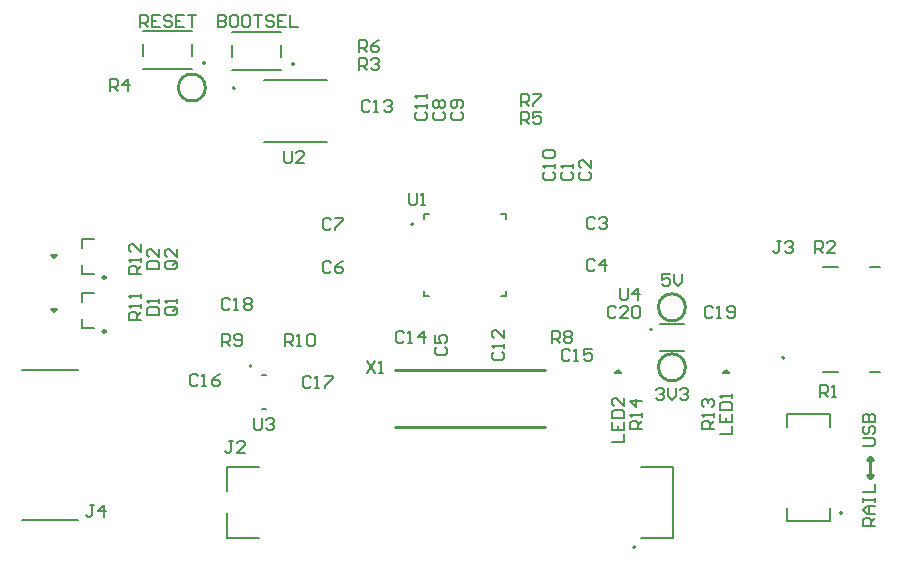
<source format=gto>
G04*
G04 #@! TF.GenerationSoftware,Altium Limited,Altium Designer,24.2.2 (26)*
G04*
G04 Layer_Color=65535*
%FSLAX44Y44*%
%MOMM*%
G71*
G04*
G04 #@! TF.SameCoordinates,D28C2298-B94A-46E3-96D8-F5CEDD955656*
G04*
G04*
G04 #@! TF.FilePolarity,Positive*
G04*
G01*
G75*
%ADD10C,0.2000*%
%ADD11C,0.2540*%
%ADD12C,0.2500*%
%ADD13C,0.1524*%
%ADD14C,0.1270*%
D10*
X613390Y173280D02*
G03*
X613390Y173280I-1000J0D01*
G01*
X501410Y197000D02*
G03*
X501410Y197000I-1000J0D01*
G01*
X299150Y286350D02*
G03*
X299150Y286350I-1000J0D01*
G01*
X148240Y401320D02*
G03*
X148240Y401320I-1000J0D01*
G01*
X123010Y422750D02*
G03*
X123010Y422750I-1000J0D01*
G01*
X198370Y422070D02*
G03*
X198370Y422070I-1000J0D01*
G01*
X662230Y41820D02*
G03*
X662230Y41820I-1000J0D01*
G01*
X487200Y12800D02*
G03*
X487200Y12800I-1000J0D01*
G01*
X162150Y166220D02*
G03*
X162150Y166220I-1000J0D01*
G01*
X645890Y250480D02*
X658390Y250480D01*
X645890Y161080D02*
X658390D01*
X685590D02*
X694580Y161080D01*
X685590Y250480D02*
X694580Y250480D01*
X18480Y244080D02*
X28480D01*
X18480D02*
Y252080D01*
X18480Y274080D02*
X28480D01*
X18480Y266080D02*
X18480Y274080D01*
Y198360D02*
X28480D01*
X18480Y206360D02*
X18480Y198360D01*
Y228360D02*
X28480Y228360D01*
X18480Y220360D02*
Y228360D01*
D11*
X529590Y165100D02*
G03*
X529590Y165100I-11430J0D01*
G01*
X123190Y402000D02*
G03*
X123190Y402000I-11430J0D01*
G01*
X529590Y215900D02*
G03*
X529590Y215900I-11430J0D01*
G01*
X683260Y86570D02*
X685800Y89110D01*
X683260Y86570D02*
X688340D01*
X685800Y89110D02*
X688340Y86570D01*
X685800Y73870D02*
Y86570D01*
Y71330D02*
X688340Y73870D01*
X683260Y73870D02*
X685800Y71330D01*
X683260Y73870D02*
X688340Y73870D01*
X283972Y162560D02*
X347472D01*
X410972D01*
X283972Y114300D02*
X347472D01*
X410972D01*
D12*
X38730Y241080D02*
G03*
X38730Y241080I-1250J0D01*
G01*
X38730Y195360D02*
G03*
X38730Y195360I-1250J0D01*
G01*
D13*
X-31750Y35560D02*
X15240D01*
X-31750Y162560D02*
X15240D01*
X133784Y463801D02*
Y453644D01*
X138863D01*
X140555Y455337D01*
Y457030D01*
X138863Y458722D01*
X133784D01*
X138863D01*
X140555Y460415D01*
Y462108D01*
X138863Y463801D01*
X133784D01*
X149019D02*
X145634D01*
X143941Y462108D01*
Y455337D01*
X145634Y453644D01*
X149019D01*
X150712Y455337D01*
Y462108D01*
X149019Y463801D01*
X159176D02*
X155791D01*
X154098Y462108D01*
Y455337D01*
X155791Y453644D01*
X159176D01*
X160869Y455337D01*
Y462108D01*
X159176Y463801D01*
X164254D02*
X171026D01*
X167640D01*
Y453644D01*
X181182Y462108D02*
X179489Y463801D01*
X176104D01*
X174411Y462108D01*
Y460415D01*
X176104Y458722D01*
X179489D01*
X181182Y457030D01*
Y455337D01*
X179489Y453644D01*
X176104D01*
X174411Y455337D01*
X191339Y463801D02*
X184568D01*
Y453644D01*
X191339D01*
X184568Y458722D02*
X187953D01*
X194725Y463801D02*
Y453644D01*
X201496D01*
X504618Y145626D02*
X506311Y147318D01*
X509696D01*
X511389Y145626D01*
Y143933D01*
X509696Y142240D01*
X508003D01*
X509696D01*
X511389Y140547D01*
Y138854D01*
X509696Y137162D01*
X506311D01*
X504618Y138854D01*
X514774Y147318D02*
Y140547D01*
X518160Y137162D01*
X521546Y140547D01*
Y147318D01*
X524931Y145626D02*
X526624Y147318D01*
X530009D01*
X531702Y145626D01*
Y143933D01*
X530009Y142240D01*
X528317D01*
X530009D01*
X531702Y140547D01*
Y138854D01*
X530009Y137162D01*
X526624D01*
X524931Y138854D01*
X516467Y243838D02*
X509696D01*
Y238760D01*
X513082Y240453D01*
X514774D01*
X516467Y238760D01*
Y235374D01*
X514774Y233682D01*
X511389D01*
X509696Y235374D01*
X519853Y243838D02*
Y237067D01*
X523238Y233682D01*
X526624Y237067D01*
Y243838D01*
X679704Y98218D02*
X688168D01*
X689861Y99910D01*
Y103296D01*
X688168Y104989D01*
X679704D01*
X681397Y115146D02*
X679704Y113453D01*
Y110067D01*
X681397Y108375D01*
X683090D01*
X684782Y110067D01*
Y113453D01*
X686475Y115146D01*
X688168D01*
X689861Y113453D01*
Y110067D01*
X688168Y108375D01*
X679704Y118531D02*
X689861D01*
Y123610D01*
X688168Y125302D01*
X686475D01*
X684782Y123610D01*
Y118531D01*
Y123610D01*
X683090Y125302D01*
X681397D01*
X679704Y123610D01*
Y118531D01*
X689861Y30486D02*
X679704D01*
Y35564D01*
X681397Y37257D01*
X684782D01*
X686475Y35564D01*
Y30486D01*
Y33871D02*
X689861Y37257D01*
Y40642D02*
X683090D01*
X679704Y44028D01*
X683090Y47414D01*
X689861D01*
X684782D01*
Y40642D01*
X679704Y50799D02*
Y54185D01*
Y52492D01*
X689861D01*
Y50799D01*
Y54185D01*
X679704Y59263D02*
X689861D01*
Y66034D01*
X67564Y453644D02*
Y463801D01*
X72642D01*
X74335Y462108D01*
Y458722D01*
X72642Y457030D01*
X67564D01*
X70950D02*
X74335Y453644D01*
X84492Y463801D02*
X77721D01*
Y453644D01*
X84492D01*
X77721Y458722D02*
X81106D01*
X94649Y462108D02*
X92956Y463801D01*
X89570D01*
X87877Y462108D01*
Y460415D01*
X89570Y458722D01*
X92956D01*
X94649Y457030D01*
Y455337D01*
X92956Y453644D01*
X89570D01*
X87877Y455337D01*
X104805Y463801D02*
X98034D01*
Y453644D01*
X104805D01*
X98034Y458722D02*
X101420D01*
X108191Y463801D02*
X114962D01*
X111576D01*
Y453644D01*
X229619Y289736D02*
X227927Y291428D01*
X224541D01*
X222848Y289736D01*
Y282964D01*
X224541Y281272D01*
X227927D01*
X229619Y282964D01*
X233005Y291428D02*
X239776D01*
Y289736D01*
X233005Y282964D01*
Y281272D01*
X390316Y386082D02*
Y396238D01*
X395394D01*
X397087Y394546D01*
Y391160D01*
X395394Y389467D01*
X390316D01*
X393702D02*
X397087Y386082D01*
X400473Y396238D02*
X407244D01*
Y394546D01*
X400473Y387774D01*
Y386082D01*
X390316Y370842D02*
Y380998D01*
X395394D01*
X397087Y379306D01*
Y375920D01*
X395394Y374227D01*
X390316D01*
X393702D02*
X397087Y370842D01*
X407244Y380998D02*
X400473D01*
Y375920D01*
X403858Y377613D01*
X405551D01*
X407244Y375920D01*
Y372534D01*
X405551Y370842D01*
X402166D01*
X400473Y372534D01*
X73662Y248076D02*
X83818D01*
Y253154D01*
X82126Y254847D01*
X75354D01*
X73662Y253154D01*
Y248076D01*
X83818Y265004D02*
Y258233D01*
X77047Y265004D01*
X75354D01*
X73662Y263311D01*
Y259926D01*
X75354Y258233D01*
X492758Y113034D02*
X482602D01*
Y118112D01*
X484294Y119805D01*
X487680D01*
X489373Y118112D01*
Y113034D01*
Y116420D02*
X492758Y119805D01*
Y123191D02*
Y126576D01*
Y124884D01*
X482602D01*
X484294Y123191D01*
X492758Y136733D02*
X482602D01*
X487680Y131655D01*
Y138426D01*
X553718Y113034D02*
X543562D01*
Y118112D01*
X545254Y119805D01*
X548640D01*
X550333Y118112D01*
Y113034D01*
Y116420D02*
X553718Y119805D01*
Y123191D02*
Y126576D01*
Y124884D01*
X543562D01*
X545254Y123191D01*
Y131655D02*
X543562Y133348D01*
Y136733D01*
X545254Y138426D01*
X546947D01*
X548640Y136733D01*
Y135040D01*
Y136733D01*
X550333Y138426D01*
X552026D01*
X553718Y136733D01*
Y133348D01*
X552026Y131655D01*
X253156Y431802D02*
Y441958D01*
X258234D01*
X259927Y440266D01*
Y436880D01*
X258234Y435187D01*
X253156D01*
X256542D02*
X259927Y431802D01*
X270084Y441958D02*
X266698Y440266D01*
X263313Y436880D01*
Y433494D01*
X265006Y431802D01*
X268391D01*
X270084Y433494D01*
Y435187D01*
X268391Y436880D01*
X263313D01*
X42336Y398782D02*
Y408938D01*
X47414D01*
X49107Y407246D01*
Y403860D01*
X47414Y402167D01*
X42336D01*
X45722D02*
X49107Y398782D01*
X57571D02*
Y408938D01*
X52493Y403860D01*
X59264D01*
X470749Y215626D02*
X469056Y217318D01*
X465671D01*
X463978Y215626D01*
Y208855D01*
X465671Y207162D01*
X469056D01*
X470749Y208855D01*
X480905Y207162D02*
X474134D01*
X480905Y213933D01*
Y215626D01*
X479213Y217318D01*
X475827D01*
X474134Y215626D01*
X484291D02*
X485984Y217318D01*
X489370D01*
X491062Y215626D01*
Y208855D01*
X489370Y207162D01*
X485984D01*
X484291Y208855D01*
Y215626D01*
X552875D02*
X551183Y217318D01*
X547797D01*
X546104Y215626D01*
Y208855D01*
X547797Y207162D01*
X551183D01*
X552875Y208855D01*
X556261Y207162D02*
X559646D01*
X557954D01*
Y217318D01*
X556261Y215626D01*
X564725Y208855D02*
X566418Y207162D01*
X569803D01*
X571496Y208855D01*
Y215626D01*
X569803Y217318D01*
X566418D01*
X564725Y215626D01*
Y213933D01*
X566418Y212240D01*
X571496D01*
X425874Y330875D02*
X424182Y329182D01*
Y325797D01*
X425874Y324104D01*
X432646D01*
X434338Y325797D01*
Y329182D01*
X432646Y330875D01*
X434338Y334261D02*
Y337646D01*
Y335953D01*
X424182D01*
X425874Y334261D01*
X643469Y139702D02*
Y149858D01*
X648547D01*
X650240Y148166D01*
Y144780D01*
X648547Y143087D01*
X643469D01*
X646854D02*
X650240Y139702D01*
X653626D02*
X657011D01*
X655318D01*
Y149858D01*
X653626Y148166D01*
X639236Y261622D02*
Y271778D01*
X644314D01*
X646007Y270086D01*
Y266700D01*
X644314Y265007D01*
X639236D01*
X642622D02*
X646007Y261622D01*
X656164D02*
X649393D01*
X656164Y268393D01*
Y270086D01*
X654471Y271778D01*
X651086D01*
X649393Y270086D01*
X68578Y243844D02*
X58422D01*
Y248923D01*
X60114Y250615D01*
X63500D01*
X65193Y248923D01*
Y243844D01*
Y247230D02*
X68578Y250615D01*
Y254001D02*
Y257386D01*
Y255694D01*
X58422D01*
X60114Y254001D01*
X68578Y269236D02*
Y262465D01*
X61807Y269236D01*
X60114D01*
X58422Y267543D01*
Y264158D01*
X60114Y262465D01*
X68578Y204897D02*
X58422D01*
Y209975D01*
X60114Y211668D01*
X63500D01*
X65193Y209975D01*
Y204897D01*
Y208283D02*
X68578Y211668D01*
Y215054D02*
Y218439D01*
Y216746D01*
X58422D01*
X60114Y215054D01*
X68578Y223518D02*
Y226903D01*
Y225210D01*
X58422D01*
X60114Y223518D01*
X97366Y215900D02*
X90594D01*
X88902Y214207D01*
Y210822D01*
X90594Y209129D01*
X97366D01*
X99058Y210822D01*
Y214207D01*
X95673Y212514D02*
X99058Y215900D01*
Y214207D02*
X97366Y215900D01*
X99058Y219286D02*
Y222671D01*
Y220978D01*
X88902D01*
X90594Y219286D01*
X97366Y254847D02*
X90594D01*
X88902Y253154D01*
Y249769D01*
X90594Y248076D01*
X97366D01*
X99058Y249769D01*
Y253154D01*
X95673Y251462D02*
X99058Y254847D01*
Y253154D02*
X97366Y254847D01*
X99058Y265004D02*
Y258233D01*
X92287Y265004D01*
X90594D01*
X88902Y263311D01*
Y259926D01*
X90594Y258233D01*
X73662Y209129D02*
X83818D01*
Y214207D01*
X82126Y215900D01*
X75354D01*
X73662Y214207D01*
Y209129D01*
X83818Y219286D02*
Y222671D01*
Y220978D01*
X73662D01*
X75354Y219286D01*
X146725Y102359D02*
X143340D01*
X145032D01*
Y93895D01*
X143340Y92202D01*
X141647D01*
X139954Y93895D01*
X156882Y92202D02*
X150111D01*
X156882Y98973D01*
Y100666D01*
X155189Y102359D01*
X151804D01*
X150111Y100666D01*
X259929Y170178D02*
X266700Y160022D01*
Y170178D02*
X259929Y160022D01*
X270086D02*
X273471D01*
X271778D01*
Y170178D01*
X270086Y168486D01*
X474136Y232408D02*
Y223944D01*
X475829Y222252D01*
X479214D01*
X480907Y223944D01*
Y232408D01*
X489371Y222252D02*
Y232408D01*
X484293Y227330D01*
X491064D01*
X164256Y121918D02*
Y113454D01*
X165949Y111762D01*
X169334D01*
X171027Y113454D01*
Y121918D01*
X174413Y120226D02*
X176106Y121918D01*
X179491D01*
X181184Y120226D01*
Y118533D01*
X179491Y116840D01*
X177798D01*
X179491D01*
X181184Y115147D01*
Y113454D01*
X179491Y111762D01*
X176106D01*
X174413Y113454D01*
X189656Y347978D02*
Y339514D01*
X191349Y337822D01*
X194734D01*
X196427Y339514D01*
Y347978D01*
X206584Y337822D02*
X199813D01*
X206584Y344593D01*
Y346286D01*
X204891Y347978D01*
X201506D01*
X199813Y346286D01*
X295489Y312418D02*
Y303954D01*
X297182Y302262D01*
X300567D01*
X302260Y303954D01*
Y312418D01*
X305646Y302262D02*
X309031D01*
X307338D01*
Y312418D01*
X305646Y310726D01*
X190504Y182882D02*
Y193038D01*
X195583D01*
X197275Y191346D01*
Y187960D01*
X195583Y186267D01*
X190504D01*
X193890D02*
X197275Y182882D01*
X200661D02*
X204046D01*
X202354D01*
Y193038D01*
X200661Y191346D01*
X209125D02*
X210818Y193038D01*
X214203D01*
X215896Y191346D01*
Y184574D01*
X214203Y182882D01*
X210818D01*
X209125Y184574D01*
Y191346D01*
X137586Y182882D02*
Y193038D01*
X142664D01*
X144357Y191346D01*
Y187960D01*
X142664Y186267D01*
X137586D01*
X140972D02*
X144357Y182882D01*
X147743Y184574D02*
X149436Y182882D01*
X152821D01*
X154514Y184574D01*
Y191346D01*
X152821Y193038D01*
X149436D01*
X147743Y191346D01*
Y189653D01*
X149436Y187960D01*
X154514D01*
X416986Y185422D02*
Y195578D01*
X422064D01*
X423757Y193886D01*
Y190500D01*
X422064Y188807D01*
X416986D01*
X420372D02*
X423757Y185422D01*
X427143Y193886D02*
X428836Y195578D01*
X432221D01*
X433914Y193886D01*
Y192193D01*
X432221Y190500D01*
X433914Y188807D01*
Y187114D01*
X432221Y185422D01*
X428836D01*
X427143Y187114D01*
Y188807D01*
X428836Y190500D01*
X427143Y192193D01*
Y193886D01*
X428836Y190500D02*
X432221D01*
X253156Y416562D02*
Y426718D01*
X258234D01*
X259927Y425026D01*
Y421640D01*
X258234Y419947D01*
X253156D01*
X256542D02*
X259927Y416562D01*
X263313Y425026D02*
X265006Y426718D01*
X268391D01*
X270084Y425026D01*
Y423333D01*
X268391Y421640D01*
X266698D01*
X268391D01*
X270084Y419947D01*
Y418254D01*
X268391Y416562D01*
X265006D01*
X263313Y418254D01*
X467362Y102029D02*
X477518D01*
Y108800D01*
X467362Y118957D02*
Y112186D01*
X477518D01*
Y118957D01*
X472440Y112186D02*
Y115572D01*
X467362Y122343D02*
X477518D01*
Y127421D01*
X475826Y129114D01*
X469054D01*
X467362Y127421D01*
Y122343D01*
X477518Y139271D02*
Y132500D01*
X470747Y139271D01*
X469054D01*
X467362Y137578D01*
Y134192D01*
X469054Y132500D01*
X558802Y108802D02*
X568958D01*
Y115573D01*
X558802Y125730D02*
Y118959D01*
X568958D01*
Y125730D01*
X563880Y118959D02*
Y122344D01*
X558802Y129116D02*
X568958D01*
Y134194D01*
X567266Y135887D01*
X560494D01*
X558802Y134194D01*
Y129116D01*
X568958Y139272D02*
Y142658D01*
Y140965D01*
X558802D01*
X560494Y139272D01*
X143935Y221826D02*
X142242Y223518D01*
X138857D01*
X137164Y221826D01*
Y215054D01*
X138857Y213362D01*
X142242D01*
X143935Y215054D01*
X147321Y213362D02*
X150706D01*
X149014D01*
Y223518D01*
X147321Y221826D01*
X155785D02*
X157478Y223518D01*
X160863D01*
X162556Y221826D01*
Y220133D01*
X160863Y218440D01*
X162556Y216747D01*
Y215054D01*
X160863Y213362D01*
X157478D01*
X155785Y215054D01*
Y216747D01*
X157478Y218440D01*
X155785Y220133D01*
Y221826D01*
X157478Y218440D02*
X160863D01*
X212515Y155786D02*
X210823Y157478D01*
X207437D01*
X205744Y155786D01*
Y149014D01*
X207437Y147322D01*
X210823D01*
X212515Y149014D01*
X215901Y147322D02*
X219286D01*
X217594D01*
Y157478D01*
X215901Y155786D01*
X224365Y157478D02*
X231136D01*
Y155786D01*
X224365Y149014D01*
Y147322D01*
X117007Y157562D02*
X115314Y159255D01*
X111929D01*
X110236Y157562D01*
Y150791D01*
X111929Y149098D01*
X115314D01*
X117007Y150791D01*
X120393Y149098D02*
X123778D01*
X122086D01*
Y159255D01*
X120393Y157562D01*
X135628Y159255D02*
X132242Y157562D01*
X128857Y154176D01*
Y150791D01*
X130549Y149098D01*
X133935D01*
X135628Y150791D01*
Y152484D01*
X133935Y154176D01*
X128857D01*
X432225Y178646D02*
X430532Y180338D01*
X427147D01*
X425454Y178646D01*
Y171874D01*
X427147Y170182D01*
X430532D01*
X432225Y171874D01*
X435611Y170182D02*
X438996D01*
X437304D01*
Y180338D01*
X435611Y178646D01*
X450846Y180338D02*
X444075D01*
Y175260D01*
X447460Y176953D01*
X449153D01*
X450846Y175260D01*
Y171874D01*
X449153Y170182D01*
X445768D01*
X444075Y171874D01*
X291255Y193886D02*
X289562Y195578D01*
X286177D01*
X284484Y193886D01*
Y187114D01*
X286177Y185422D01*
X289562D01*
X291255Y187114D01*
X294641Y185422D02*
X298026D01*
X296334D01*
Y195578D01*
X294641Y193886D01*
X308183Y185422D02*
Y195578D01*
X303105Y190500D01*
X309876D01*
X262295Y389718D02*
X260602Y391411D01*
X257217D01*
X255524Y389718D01*
Y382947D01*
X257217Y381254D01*
X260602D01*
X262295Y382947D01*
X265681Y381254D02*
X269066D01*
X267374D01*
Y391411D01*
X265681Y389718D01*
X274145D02*
X275837Y391411D01*
X279223D01*
X280916Y389718D01*
Y388025D01*
X279223Y386332D01*
X277530D01*
X279223D01*
X280916Y384640D01*
Y382947D01*
X279223Y381254D01*
X275837D01*
X274145Y382947D01*
X367454Y178225D02*
X365762Y176532D01*
Y173147D01*
X367454Y171454D01*
X374226D01*
X375918Y173147D01*
Y176532D01*
X374226Y178225D01*
X375918Y181611D02*
Y184996D01*
Y183304D01*
X365762D01*
X367454Y181611D01*
X375918Y196846D02*
Y190075D01*
X369147Y196846D01*
X367454D01*
X365762Y195153D01*
Y191768D01*
X367454Y190075D01*
X302432Y381675D02*
X300739Y379982D01*
Y376597D01*
X302432Y374904D01*
X309203D01*
X310896Y376597D01*
Y379982D01*
X309203Y381675D01*
X310896Y385061D02*
Y388446D01*
Y386754D01*
X300739D01*
X302432Y385061D01*
X310896Y393525D02*
Y396910D01*
Y395217D01*
X300739D01*
X302432Y393525D01*
X410634Y330875D02*
X408942Y329182D01*
Y325797D01*
X410634Y324104D01*
X417406D01*
X419098Y325797D01*
Y329182D01*
X417406Y330875D01*
X419098Y334261D02*
Y337646D01*
Y335953D01*
X408942D01*
X410634Y334261D01*
Y342725D02*
X408942Y344417D01*
Y347803D01*
X410634Y349496D01*
X417406D01*
X419098Y347803D01*
Y344417D01*
X417406Y342725D01*
X410634D01*
X332912Y381675D02*
X331219Y379982D01*
Y376597D01*
X332912Y374904D01*
X339683D01*
X341376Y376597D01*
Y379982D01*
X339683Y381675D01*
Y385061D02*
X341376Y386754D01*
Y390139D01*
X339683Y391832D01*
X332912D01*
X331219Y390139D01*
Y386754D01*
X332912Y385061D01*
X334605D01*
X336298Y386754D01*
Y391832D01*
X317672Y381675D02*
X315979Y379982D01*
Y376597D01*
X317672Y374904D01*
X324443D01*
X326136Y376597D01*
Y379982D01*
X324443Y381675D01*
X317672Y385061D02*
X315979Y386754D01*
Y390139D01*
X317672Y391832D01*
X319365D01*
X321058Y390139D01*
X322750Y391832D01*
X324443D01*
X326136Y390139D01*
Y386754D01*
X324443Y385061D01*
X322750D01*
X321058Y386754D01*
X319365Y385061D01*
X317672D01*
X321058Y386754D02*
Y390139D01*
X229619Y253736D02*
X227927Y255428D01*
X224541D01*
X222848Y253736D01*
Y246964D01*
X224541Y245272D01*
X227927D01*
X229619Y246964D01*
X239776Y255428D02*
X236390Y253736D01*
X233005Y250350D01*
Y246964D01*
X234698Y245272D01*
X238083D01*
X239776Y246964D01*
Y248657D01*
X238083Y250350D01*
X233005D01*
X319194Y182457D02*
X317502Y180764D01*
Y177379D01*
X319194Y175686D01*
X325966D01*
X327658Y177379D01*
Y180764D01*
X325966Y182457D01*
X317502Y192614D02*
Y185843D01*
X322580D01*
X320887Y189228D01*
Y190921D01*
X322580Y192614D01*
X325966D01*
X327658Y190921D01*
Y187536D01*
X325966Y185843D01*
X452795Y254846D02*
X451102Y256538D01*
X447717D01*
X446024Y254846D01*
Y248074D01*
X447717Y246382D01*
X451102D01*
X452795Y248074D01*
X461259Y246382D02*
Y256538D01*
X456181Y251460D01*
X462952D01*
X452795Y290406D02*
X451102Y292098D01*
X447717D01*
X446024Y290406D01*
Y283634D01*
X447717Y281942D01*
X451102D01*
X452795Y283634D01*
X456181Y290406D02*
X457873Y292098D01*
X461259D01*
X462952Y290406D01*
Y288713D01*
X461259Y287020D01*
X459566D01*
X461259D01*
X462952Y285327D01*
Y283634D01*
X461259Y281942D01*
X457873D01*
X456181Y283634D01*
X441114Y330875D02*
X439422Y329182D01*
Y325797D01*
X441114Y324104D01*
X447886D01*
X449578Y325797D01*
Y329182D01*
X447886Y330875D01*
X449578Y341032D02*
Y334261D01*
X442807Y341032D01*
X441114D01*
X439422Y339339D01*
Y335953D01*
X441114Y334261D01*
X28787Y48258D02*
X25402D01*
X27094D01*
Y39794D01*
X25402Y38102D01*
X23709D01*
X22016Y39794D01*
X37251Y38102D02*
Y48258D01*
X32173Y43180D01*
X38944D01*
X610447Y271778D02*
X607062D01*
X608754D01*
Y263314D01*
X607062Y261622D01*
X605369D01*
X603676Y263314D01*
X613833Y270086D02*
X615526Y271778D01*
X618911D01*
X620604Y270086D01*
Y268393D01*
X618911Y266700D01*
X617218D01*
X618911D01*
X620604Y265007D01*
Y263314D01*
X618911Y261622D01*
X615526D01*
X613833Y263314D01*
D14*
X508160Y201700D02*
X528160D01*
X508160Y179300D02*
X528160Y179300D01*
X472440Y162540D02*
X474940Y160040D01*
X469940Y160040D02*
X474940Y160040D01*
X469940Y160040D02*
X472440Y162540D01*
X563880Y162540D02*
X566380Y160040D01*
X561380D02*
X566380D01*
X561380D02*
X563880Y162540D01*
X307900Y290550D02*
Y295350D01*
Y225350D02*
Y230150D01*
X377900Y290550D02*
Y295350D01*
Y225350D02*
Y230150D01*
X307900Y295350D02*
X312700D01*
X307900Y225350D02*
X312700D01*
X373100Y295350D02*
X377900D01*
X373100Y225350D02*
X377900D01*
X172990Y355870D02*
X225790D01*
X172990Y408670D02*
X225790D01*
X70010Y417550D02*
X112010D01*
X70010Y449950D02*
X112010D01*
Y428750D02*
Y438750D01*
X70010Y428750D02*
Y438750D01*
X145370Y416870D02*
X187370D01*
X145370Y449270D02*
X187370D01*
X187370Y428070D02*
Y438070D01*
X145370Y428070D02*
Y438070D01*
X615730Y35220D02*
X651730D01*
X615730Y125220D02*
X651730D01*
X615730Y114420D02*
Y125220D01*
Y35220D02*
Y46020D01*
X651730Y114420D02*
Y125220D01*
Y35220D02*
Y46020D01*
X-7500Y260330D02*
X-5000Y257830D01*
X-7500Y260330D02*
X-2500D01*
X-5000Y257830D02*
X-2500Y260330D01*
X-5000Y212110D02*
X-2500Y214610D01*
X-7500D02*
X-2500D01*
X-7500D02*
X-5000Y212110D01*
X141200Y20800D02*
Y41450D01*
Y60150D02*
Y80800D01*
X168500D01*
X519200Y20800D02*
Y80800D01*
X491900D02*
X519200D01*
X141200Y20800D02*
X168500D01*
X491900D02*
X519200D01*
X171200Y158570D02*
X174100D01*
X171200Y129570D02*
X174100D01*
M02*

</source>
